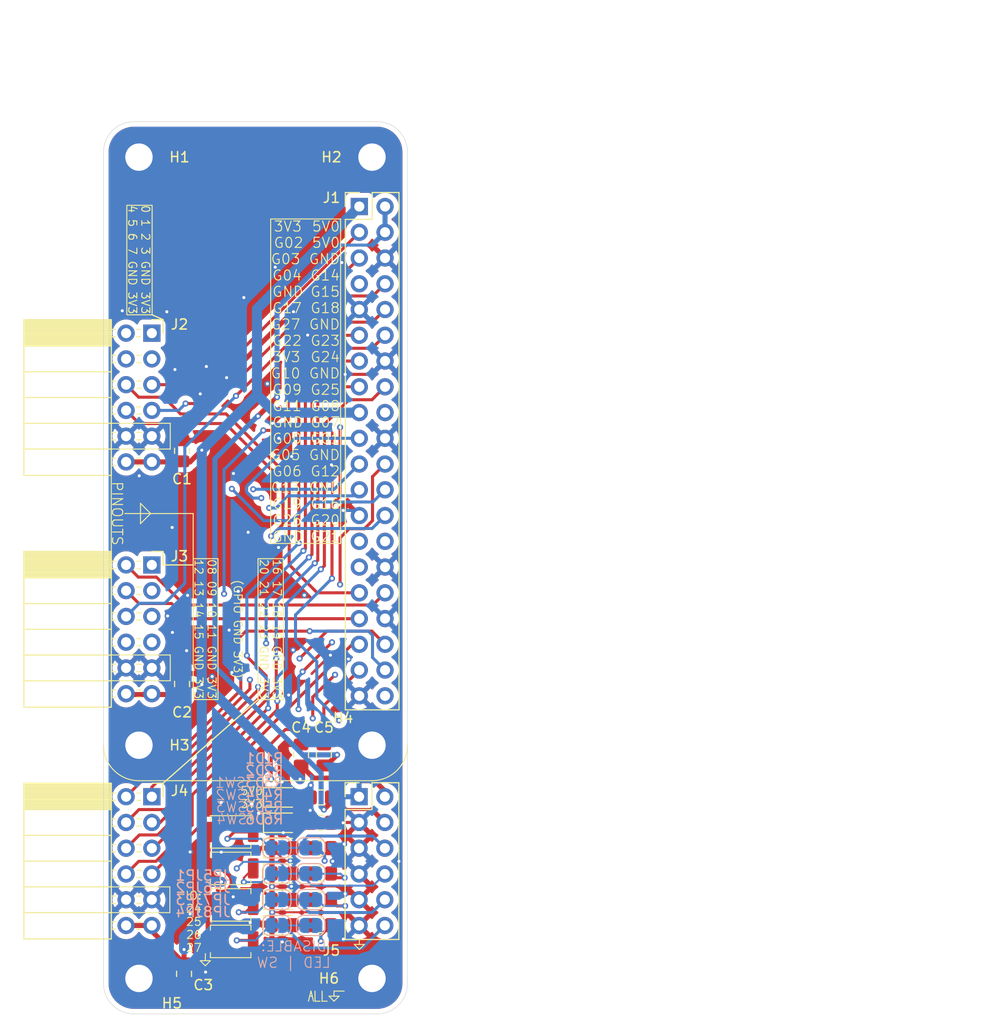
<source format=kicad_pcb>
(kicad_pcb (version 20241229) (generator "pcbnew") (generator_version "9.0")
  (layers (0 "F.Cu" signal) (4 "In1.Cu" signal) (6 "In2.Cu" signal) (2 "B.Cu" signal) (13 "F.Paste" user) (15 "B.Paste" user) (5 "F.SilkS" user "F.Silkscreen") (7 "B.SilkS" user "B.Silkscreen") (1 "F.Mask" user) (3 "B.Mask" user) (25 "Edge.Cuts" user))
  (net 0 "")
  (net 1 "/GPIO14")
  (net 2 "/GPIO3")
  (net 3 "/GPIO18")
  (net 4 "/GPIO1")
  (net 5 "/GPIO9")
  (net 6 "/GPIO27")
  (net 7 "/GPIO7")
  (net 8 "/GPIO10")
  (net 9 "/5V0")
  (net 10 "/GPIO24")
  (net 11 "/GPIO8")
  (net 12 "/3V3")
  (net 13 "/GPIO22")
  (net 14 "/GPIO6")
  (net 15 "/GPIO0")
  (net 16 "/GPIO15")
  (net 17 "/GPIO13")
  (net 18 "/GPIO21")
  (net 19 "/GPIO2")
  (net 20 "/GPIO17")
  (net 21 "/GPIO20")
  (net 22 "/GPIO4")
  (net 23 "/GPIO26")
  (net 24 "/GPIO23")
  (net 25 "/GPIO25")
  (net 26 "/GPIO12")
  (net 27 "/GPIO16")
  (net 28 "/GPIO19")
  (net 29 "/GPIO5")
  (net 30 "/GPIO11")
  (net 31 "GND")
  (net 32 "Net-(D1-A)")
  (net 33 "Net-(D2-A)")
  (net 34 "Net-(D3-A)")
  (net 35 "Net-(D4-A)")
  (net 36 "Net-(D5-A)")
  (net 37 "Net-(D6-A)")
  (net 38 "Net-(JP1-B)")
  (net 39 "Net-(JP2-B)")
  (net 40 "Net-(JP3-B)")
  (net 41 "Net-(JP4-B)")
  (net 42 "Net-(JP5-A)")
  (net 43 "Net-(JP6-A)")
  (net 44 "Net-(JP7-A)")
  (net 45 "Net-(JP8-A)")
  (footprint "MountingHole:MountingHole_2.7mm_M2.5_Pad" (layer "F.Cu") (at 69.75 37.75)
    (property "Reference" "H1")
    (property "Value" "MountingHole_Pad")
  )
  (footprint "Connector_PinHeader_2.54mm:PinHeader_2x20_P2.54mm_Vertical" (layer "F.Cu") (at 91.4975 42.62)
    (property "Reference" "J1")
    (property "Value" "Conn_02x20_Odd_Even")
  )
  (footprint "LED_SMD:LED_0805_2012Metric_Pad1.15x1.40mm_HandSolder" (layer "F.Cu") (at 83.9 100.9)
    (property "Reference" "D1")
    (property "Value" "LED")
  )
  (footprint "Resistor_SMD:R_0805_2012Metric_Pad1.20x1.40mm_HandSolder" (layer "F.Cu") (at 87.7 105.9 180)
    (property "Reference" "R3")
    (property "Value" "1K")
  )
  (footprint "LED_SMD:LED_0805_2012Metric_Pad1.15x1.40mm_HandSolder" (layer "F.Cu") (at 83.9 105.9)
    (property "Reference" "D3")
    (property "Value" "LED")
  )
  (footprint "Resistor_SMD:R_0805_2012Metric_Pad1.20x1.40mm_HandSolder" (layer "F.Cu") (at 87.7 100.9 180)
    (property "Reference" "R1")
    (property "Value" "1K")
  )
  (footprint "icepi-lib.petty:switch_button_TS-1088-AR02016" (layer "F.Cu") (at 78.8 104.3 180)
    (property "Reference" "SW1")
    (property "Value" "SW_Push")
  )
  (footprint "Capacitor_SMD:C_0805_2012Metric_Pad1.18x1.45mm_HandSolder" (layer "F.Cu") (at 88 96.7125 90)
    (property "Reference" "C5")
    (property "Value" "1u")
  )
  (footprint "LED_SMD:LED_0805_2012Metric_Pad1.15x1.40mm_HandSolder" (layer "F.Cu") (at 83.9 103.4)
    (property "Reference" "D2")
    (property "Value" "LED")
  )
  (footprint "Connector_PinSocket_2.54mm:PinSocket_2x06_P2.54mm_Horizontal" (layer "F.Cu") (at 71.02 77.97)
    (property "Reference" "J3")
    (property "Value" "Conn_02x06_Odd_Even")
  )
  (footprint "icepi-lib.petty:switch_button_TS-1088-AR02016" (layer "F.Cu") (at 78.8 111.5 180)
    (property "Reference" "SW3")
    (property "Value" "SW_Push")
  )
  (footprint "MountingHole:MountingHole_2.7mm_M2.5_Pad" (layer "F.Cu") (at 69.75 118.750001)
    (property "Reference" "H5")
    (property "Value" "MountingHole_Pad")
  )
  (footprint "icepi-lib.petty:switch_button_TS-1088-AR02016" (layer "F.Cu") (at 78.8 107.9 180)
    (property "Reference" "SW2")
    (property "Value" "SW_Push")
  )
  (footprint "LED_SMD:LED_0805_2012Metric_Pad1.15x1.40mm_HandSolder" (layer "F.Cu") (at 83.9 108.4)
    (property "Reference" "D4")
    (property "Value" "LED")
  )
  (footprint "Capacitor_SMD:C_0805_2012Metric_Pad1.18x1.45mm_HandSolder" (layer "F.Cu") (at 74 89.7125 90)
    (property "Reference" "C2")
    (property "Value" "1u")
  )
  (footprint "Resistor_SMD:R_0805_2012Metric_Pad1.20x1.40mm_HandSolder" (layer "F.Cu") (at 87.7 113.5 180)
    (property "Reference" "R6")
    (property "Value" "1K")
  )
  (footprint "LED_SMD:LED_0805_2012Metric_Pad1.15x1.40mm_HandSolder" (layer "F.Cu") (at 83.9 113.5)
    (property "Reference" "D6")
    (property "Value" "LED")
  )
  (footprint "Connector_PinSocket_2.54mm:PinSocket_2x06_P2.54mm_Horizontal" (layer "F.Cu") (at 71.02 100.83)
    (property "Reference" "J4")
    (property "Value" "Conn_02x06_Odd_Even")
  )
  (footprint "MountingHole:MountingHole_2.7mm_M2.5_Pad" (layer "F.Cu") (at 92.75 95.75)
    (property "Reference" "H4")
    (property "Value" "MountingHole_Pad")
  )
  (footprint "MountingHole:MountingHole_2.7mm_M2.5_Pad" (layer "F.Cu") (at 69.75 95.75)
    (property "Reference" "H3")
    (property "Value" "MountingHole_Pad")
  )
  (footprint "LED_SMD:LED_0805_2012Metric_Pad1.15x1.40mm_HandSolder" (layer "F.Cu") (at 83.9 111)
    (property "Reference" "D5")
    (property "Value" "LED")
  )
  (footprint "Resistor_SMD:R_0805_2012Metric_Pad1.20x1.40mm_HandSolder" (layer "F.Cu") (at 87.7 103.4 180)
    (property "Reference" "R2")
    (property "Value" "1K")
  )
  (footprint "Capacitor_SMD:C_0805_2012Metric_Pad1.18x1.45mm_HandSolder" (layer "F.Cu") (at 74.2 118.3 -90)
    (property "Reference" "C3")
    (property "Value" "1u")
  )
  (footprint "icepi-lib.petty:switch_button_TS-1088-AR02016" (layer "F.Cu") (at 78.8 115.1 180)
    (property "Reference" "SW4")
    (property "Value" "SW_Push")
  )
  (footprint "Connector_PinHeader_2.54mm:PinHeader_2x06_P2.54mm_Vertical" (layer "F.Cu") (at 91.475 100.83)
    (property "Reference" "J5")
    (property "Value" "Conn_02x06_Odd_Even")
  )
  (footprint "Resistor_SMD:R_0805_2012Metric_Pad1.20x1.40mm_HandSolder" (layer "F.Cu") (at 87.7 108.4 180)
    (property "Reference" "R4")
    (property "Value" "1K")
  )
  (footprint "Capacitor_SMD:C_0805_2012Metric_Pad1.18x1.45mm_HandSolder" (layer "F.Cu") (at 74 66.7125 90)
    (property "Reference" "C1")
    (property "Value" "1u")
  )
  (footprint "Capacitor_SMD:C_0805_2012Metric_Pad1.18x1.45mm_HandSolder" (layer "F.Cu") (at 85.75 96.7125 90)
    (property "Reference" "C4")
    (property "Value" "1u")
  )
  (footprint "MountingHole:MountingHole_2.7mm_M2.5_Pad" (layer "F.Cu") (at 92.75 37.75)
    (property "Reference" "H2")
    (property "Value" "MountingHole_Pad")
  )
  (footprint "Resistor_SMD:R_0805_2012Metric_Pad1.20x1.40mm_HandSolder" (layer "F.Cu") (at 87.7 111 180)
    (property "Reference" "R5")
    (property "Value" "1K")
  )
  (footprint "Connector_PinSocket_2.54mm:PinSocket_2x06_P2.54mm_Horizontal" (layer "F.Cu") (at 71.02 55.11)
    (property "Reference" "J2")
    (property "Value" "Conn_02x06_Odd_Even")
  )
  (footprint "MountingHole:MountingHole_2.7mm_M2.5_Pad" (layer "F.Cu") (at 92.75 118.750001)
    (property "Reference" "H6")
    (property "Value" "MountingHole_Pad")
  )
  (footprint "Jumper:SolderJumper-2_P1.3mm_Bridged_RoundedPad1.0x1.5mm" (layer "B.Cu") (at 86.7 110.975 180)
    (property "Reference" "JP7")
    (property "Value" "Jumper_2_Bridged")
  )
  (footprint "Jumper:SolderJumper-2_P1.3mm_Bridged_RoundedPad1.0x1.5mm" (layer "B.Cu") (at 83.35 108.425 180)
    (property "Reference" "JP2")
    (property "Value" "Jumper_2_Bridged")
  )
  (footprint "Jumper:SolderJumper-2_P1.3mm_Bridged_RoundedPad1.0x1.5mm" (layer "B.Cu") (at 86.7 113.525 180)
    (property "Reference" "JP8")
    (property "Value" "Jumper_2_Bridged")
  )
  (footprint "Jumper:SolderJumper-2_P1.3mm_Bridged_RoundedPad1.0x1.5mm" (layer "B.Cu") (at 83.35 105.875 180)
    (property "Reference" "JP1")
    (property "Value" "Jumper_2_Bridged")
  )
  (footprint "Jumper:SolderJumper-2_P1.3mm_Bridged_RoundedPad1.0x1.5mm" (layer "B.Cu") (at 83.35 110.975 180)
    (property "Reference" "JP3")
    (property "Value" "Jumper_2_Bridged")
  )
  (footprint "Jumper:SolderJumper-2_P1.3mm_Bridged_RoundedPad1.0x1.5mm" (layer "B.Cu") (at 86.7 108.425 180)
    (property "Reference" "JP6")
    (property "Value" "Jumper_2_Bridged")
  )
  (footprint "Jumper:SolderJumper-2_P1.3mm_Bridged_RoundedPad1.0x1.5mm" (layer "B.Cu") (at 83.35 113.525 180)
    (property "Reference" "JP4")
    (property "Value" "Jumper_2_Bridged")
  )
  (footprint "Jumper:SolderJumper-2_P1.3mm_Bridged_RoundedPad1.0x1.5mm" (layer "B.Cu") (at 86.7 105.875 180)
    (property "Reference" "JP5")
    (property "Value" "Jumper_2_Bridged")
  )
  (gr_line (start 76.3 116.3) (end 76.3 117) (stroke (width 0.1)) (layer "F.SilkS"))
  (gr_line (start 87.125 121) (end 87.625 121) (stroke (width 0.1)) (layer "F.SilkS"))
  (gr_line (start 81.5 91.25) (end 72.13 99.5) (stroke (width 0.125)) (layer "F.SilkS"))
  (gr_line (start 87.125 120) (end 87.125 121) (stroke (width 0.1)) (layer "F.SilkS"))
  (gr_line (start 76.8 117) (end 76.3 117) (stroke (width 0.1)) (layer "F.SilkS"))
  (gr_line (start 75.1 72.9) (end 75.1 77.35) (stroke (width 0.1)) (layer "F.SilkS"))
  (gr_line (start 67.02 112.26) (end 72.8 112.26) (stroke (width 0.1)) (layer "F.SilkS"))
  (gr_line (start 89 120) (end 89 120.5) (stroke (width 0.1)) (layer "F.SilkS"))
  (gr_line (start 91.5 114.9) (end 91.5 115.4) (stroke (width 0.1)) (layer "F.SilkS"))
  (gr_line (start 76.3 117.5) (end 76.8 117) (stroke (width 0.1)) (layer "F.SilkS"))
  (gr_line (start 68.35 72.9) (end 70.9 72.9) (stroke (width 0.1)) (layer "F.SilkS"))
  (gr_line (start 70.9 72.9) (end 75.1 72.9) (stroke (width 0.1)) (layer "F.SilkS"))
  (gr_line (start 92.749999 99.249998) (end 69.75 99.25) (stroke (width 0.1)) (layer "F.SilkS"))
  (gr_line (start 86.6 120.5) (end 86.85 120.5) (stroke (width 0.1)) (layer "F.SilkS"))
  (gr_rect (start 68.55 42.5) (end 71.05 53.3) (stroke (width 0.1)) (fill no) (layer "F.SilkS"))
  (gr_rect (start 82.75 43.85) (end 89.65 75.85) (stroke (width 0.1)) (fill no) (layer "F.SilkS"))
  (gr_line (start 87.825 120) (end 87.825 121) (stroke (width 0.1)) (layer "F.SilkS"))
  (gr_line (start 72.8 109.72) (end 67.02 109.72) (stroke (width 0.1)) (layer "F.SilkS"))
  (gr_line (start 67.02 69.14) (end 67.02 76.64) (stroke (width 0.1)) (layer "F.SilkS"))
  (gr_rect (start 81.5 77.35) (end 84 91.25) (stroke (width 0.1)) (fill no) (layer "F.SilkS"))
  (gr_line (start 75.8 117) (end 76.3 117.5) (stroke (width 0.1)) (layer "F.SilkS"))
  (gr_line (start 72.84 89.39) (end 72.84 86.85) (stroke (width 0.1)) (layer "F.SilkS"))
  (gr_line (start 87.825 121) (end 88.325 121) (stroke (width 0.1)) (layer "F.SilkS"))
  (gr_arc (start 69.75 99.25) (mid 67.275126 98.224874) (end 66.25 95.75) (stroke (width 0.1)) (layer "F.SilkS"))
  (gr_line (start 72.84 64) (end 67.06 64) (stroke (width 0.1)) (layer "F.SilkS"))
  (gr_line (start 91 115.4) (end 91.5 115.9) (stroke (width 0.1)) (layer "F.SilkS"))
  (gr_line (start 91.5 115.9) (end 92 115.4) (stroke (width 0.1)) (layer "F.SilkS"))
  (gr_line (start 76.3 117) (end 75.8 117) (stroke (width 0.1)) (layer "F.SilkS"))
  (gr_line (start 67.06 66.54) (end 72.84 66.54) (stroke (width 0.1)) (layer "F.SilkS"))
  (gr_line (start 89.5 120.5) (end 89 120.5) (stroke (width 0.1)) (layer "F.SilkS"))
  (gr_line (start 86.475 121) (end 86.725 120) (stroke (width 0.1)) (layer "F.SilkS"))
  (gr_line (start 72.8 112.26) (end 72.8 109.72) (stroke (width 0.1)) (layer "F.SilkS"))
  (gr_line (start 69.9 73.9) (end 70.9 72.9) (stroke (width 0.1)) (layer "F.SilkS"))
  (gr_line (start 91.5 115.4) (end 91 115.4) (stroke (width 0.1)) (layer "F.SilkS"))
  (gr_line (start 70.9 72.9) (end 69.9 71.9) (stroke (width 0.1)) (layer "F.SilkS"))
  (gr_line (start 72.84 86.85) (end 67.06 86.85) (stroke (width 0.1)) (layer "F.SilkS"))
  (gr_arc (start 96.249999 95.749999) (mid 95.224873 98.224873) (end 92.749999 99.249999) (stroke (width 0.1)) (layer "F.SilkS"))
  (gr_line (start 88.5 120.5) (end 89 121) (stroke (width 0.1)) (layer "F.SilkS"))
  (gr_line (start 72.84 66.54) (end 72.84 64) (stroke (width 0.1)) (layer "F.SilkS"))
  (gr_line (start 71.05 53.3) (end 72.13 53.78) (stroke (width 0.125)) (layer "F.SilkS"))
  (gr_line (start 72.13 77.97) (end 75.05 77.97) (stroke (width 0.125)) (layer "F.SilkS"))
  (gr_rect (start 75.1 77.35) (end 77.55 91.25) (stroke (width 0.1)) (fill no) (layer "F.SilkS"))
  (gr_line (start 69.9 71.9) (end 69.9 73.9) (stroke (width 0.1)) (layer "F.SilkS"))
  (gr_line (start 89 120.5) (end 88.5 120.5) (stroke (width 0.1)) (layer "F.SilkS"))
  (gr_line (start 86.725 120) (end 86.975 121) (stroke (width 0.1)) (layer "F.SilkS"))
  (gr_line (start 67.06 89.39) (end 72.84 89.39) (stroke (width 0.1)) (layer "F.SilkS"))
  (gr_line (start 89 121) (end 89.5 120.5) (stroke (width 0.1)) (layer "F.SilkS"))
  (gr_line (start 92 115.4) (end 91.5 115.4) (stroke (width 0.1)) (layer "F.SilkS"))
  (gr_line (start 89 120) (end 90 120) (stroke (width 0.1)) (layer "F.SilkS"))
  (gr_line (start 96.25 37.25) (end 96.25 119.25) (stroke (width 0.05)) (layer "Edge.Cuts"))
  (gr_line (start 69.25 122.250001) (end 93.25 122.250001) (stroke (width 0.05)) (layer "Edge.Cuts"))
  (gr_line (start 93.25 34.25) (end 69.25 34.25) (stroke (width 0.05)) (layer "Edge.Cuts"))
  (gr_arc (start 96.25 119.250001) (mid 95.37132 121.371321) (end 93.25 122.250001) (stroke (width 0.05)) (layer "Edge.Cuts"))
  (gr_arc (start 66.25 37.25) (mid 67.12868 35.12868) (end 69.25 34.25) (stroke (width 0.05)) (layer "Edge.Cuts"))
  (gr_arc (start 93.25 34.25) (mid 95.37132 35.12868) (end 96.25 37.25) (stroke (width 0.05)) (layer "Edge.Cuts"))
  (gr_line (start 66.25 37.25) (end 66.25 119.25) (stroke (width 0.05)) (layer "Edge.Cuts"))
  (gr_arc (start 69.25 122.250001) (mid 67.12868 121.371321) (end 66.25 119.250001) (stroke (width 0.05)) (layer "Edge.Cuts"))
  (gr_text "16 17 18 19 GND 3V3\n20 21 22 23 GND 3V3\n\n(GPIO GND 3V3)\n\n08 09 10 11 GND 3V3\n12 13 14 15 GND 3V3" (at 75.175 84.3 270) (layer "F.SilkS") (effects (font (size 0.8 0.8) (thickness 0.1)) (justify bottom)))
  (gr_text "0 1 2 3 GND 3V3\n4 5 6 7 GND 3V3" (at 69.75 53.3 270) (layer "F.SilkS") (effects (font (size 0.8 0.8) (thickness 0.1)) (justify right)))
  (gr_text "IO:\n24\n25\n26\n27" (at 76 116.2 0) (layer "F.SilkS") (effects (font (size 0.8 0.8) (thickness 0.1)) (justify right bottom)))
  (gr_text "PINOUTS" (at 67.02 72.89 270) (layer "F.SilkS") (effects (font (size 1 1) (thickness 0.1)) (justify bottom)))
  (gr_text "5V0\n3V3" (at 82.04 100.9 0) (layer "F.SilkS") (effects (font (size 0.8 0.8) (thickness 0.1)) (justify right)))
  (gr_text "3V3	5V0\nG02	5V0\nG03	GND\nG04	G14\nGND	G15\nG17	G18\nG27	GND\nG22	G23\n3V3	G24\nG10	GND\nG09	G25\nG11	G08\nGND	G07\nG00	G01\nG05	GND\nG06	G12\nG13	GND\nG19	G16\nG26	G20\nGND	G21\n" (at 89.65 44 0) (layer "F.SilkS") (effects (font (size 1 1) (thickness 0.1)) (justify right top)))
  (gr_text "DISABLE:\nLED | SW" (at 85.025 115 0) (layer "B.SilkS") (effects (font (size 1 1) (thickness 0.1)) (justify top mirror)))
  (segment (start 94.0375 50.24) (end 92.8365 51.441) (width 0.3) (layer "F.Cu") (net 1))
  (segment (start 89.184 51.441) (end 79.325 61.3) (width 0.3) (layer "F.Cu") (net 1))
  (segment (start 92.8365 51.441) (end 89.184 51.441) (width 0.3) (layer "F.Cu") (net 1))
  (via (at 79.325 61.3) (size 0.6) (drill 0.3) (layers "F.Cu" "B.Cu") (net 1))
  (segment (start 69.78 81.75) (end 68.48 83.05) (width 0.3) (layer "B.Cu") (net 1))
  (segment (start 74.275 79.775) (end 72.3 81.75) (width 0.3) (layer "B.Cu") (net 1))
  (segment (start 72.3 81.75) (end 69.78 81.75) (width 0.3) (layer "B.Cu") (net 1))
  (segment (start 74.275 66.35) (end 74.275 79.775) (width 0.3) (layer "B.Cu") (net 1))
  (segment (start 79.325 61.3) (end 74.275 66.35) (width 0.3) (layer "B.Cu") (net 1))
  (segment (start 91.4975 47.7) (end 77.1475 62.05) (width 0.3) (layer "F.Cu") (net 2))
  (segment (start 77.1475 62.05) (end 74.35 62.05) (width 0.3) (layer "F.Cu") (net 2))
  (via (at 74.35 62.05) (size 0.6) (drill 0.3) (layers "F.Cu" "B.Cu") (net 2))
  (segment (start 74.35 62.05) (end 73.67 62.73) (width 0.3) (layer "B.Cu") (net 2))
  (segment (start 73.67 62.73) (end 71.02 62.73) (width 0.3) (layer "B.Cu") (net 2))
  (segment (start 86.175 76.375) (end 86.175 59.25) (width 0.3) (layer "F.Cu") (net 3))
  (segment (start 85.975 76.575) (end 86.175 76.375) (width 0.3) (layer "F.Cu") (net 3))
  (segment (start 92.7575 56.6) (end 94.0375 55.32) (width 0.3) (layer "F.Cu") (net 3))
  (segment (start 74.4 102.7) (end 74.4 100.2) (width 0.3) (layer "F.Cu") (net 3))
  (segment (start 88.825 56.6) (end 92.7575 56.6) (width 0.3) (layer "F.Cu") (net 3))
  (segment (start 71.02 105.91) (end 71.19 105.91) (width 0.3) (layer "F.Cu") (net 3))
  (segment (start 86.175 59.25) (end 88.825 56.6) (width 0.3) (layer "F.Cu") (net 3))
  (segment (start 74.4 100.2) (end 82.5 92.1) (width 0.3) (layer "F.Cu") (net 3))
  (segment (start 71.19 105.91) (end 74.4 102.7) (width 0.3) (layer "F.Cu") (net 3))
  (via (at 82.5 92.1) (size 0.6) (drill 0.3) (layers "F.Cu" "B.Cu") (net 3))
  (via (at 85.975 76.575) (size 0.6) (drill 0.3) (layers "F.Cu" "B.Cu") (net 3))
  (segment (start 81.3 88.1) (end 81.3 81.25) (width 0.3) (layer "B.Cu") (net 3))
  (segment (start 82.5 92.1) (end 82.5 89.3) (width 0.3) (layer "B.Cu") (net 3))
  (segment (start 82.5 89.3) (end 81.3 88.1) (width 0.3) (layer "B.Cu") (net 3))
  (segment (start 81.3 81.25) (end 85.975 76.575) (width 0.3) (layer "B.Cu") (net 3))
  (via (at 81.025 70.505) (size 0.6) (drill 0.3) (layers "F.Cu" "B.Cu") (net 5))
  (segment (start 89.0125 70.505) (end 81.025 70.505) (width 0.3) (layer "B.Cu") (net 5))
  (segment (start 91.4975 68.02) (end 89.0125 70.505) (width 0.3) (layer "B.Cu") (net 5))
  (segment (start 86.525 77.225) (end 86.825 76.925) (width 0.3) (layer "F.Cu") (net 6))
  (segment (start 86.9 91) (end 86.9 93.1) (width 0.3) (layer "F.Cu") (net 6))
  (segment (start 86.825 59.775) (end 88.74 57.86) (width 0.3) (layer "F.Cu") (net 6))
  (segment (start 86.825 76.925) (end 86.825 59.775) (width 0.3) (layer "F.Cu") (net 6))
  (segment (start 89.1 88.8) (end 86.9 91) (width 0.3) (layer "F.Cu") (net 6))
  (segment (start 88.74 57.86) (end 91.4975 57.86) (width 0.3) (layer "F.Cu") (net 6))
  (via (at 89.1 88.8) (size 0.6) (drill 0.3) (layers "F.Cu" "B.Cu") (net 6))
  (via (at 86.525 77.225) (size 0.6) (drill 0.3) (layers "F.Cu" "B.Cu") (net 6))
  (via (at 82.3 85.7) (size 0.6) (drill 0.3) (layers "F.Cu" "B.Cu") (net 6))
  (via (at 86.9 93.1) (size 0.6) (drill 0.3) (layers "F.Cu" "B.Cu") (net 6))
  (segment (start 86.05 113.525) (end 84 113.525) (width 0.2) (layer "B.Cu") (net 6))
  (segment (start 94.015 113.53) (end 91.795 115.75) (width 0.3) (layer "B.Cu") (net 6))
  (segment (start 86.525 77.225) (end 82.3 81.45) (width 0.3) (layer "B.Cu") (net 6))
  (segment (start 86.225 115.75) (end 84 113.525) (width 0.3) (layer "B.Cu") (net 6))
  (segment (start 91.795 115.75) (end 86.225 115.75) (width 0.3) (layer "B.Cu") (net 6))
  (segment (start 82.3 81.45) (end 82.3 85.7) (width 0.3) (layer "B.Cu") (net 6))
  (segment (start 83.975 69.725) (end 78.275 64.025) (width 0.3) (layer "F.Cu") (net 7))
  (segment (start 83.975 73.95) (end 83.975 69.725) (width 0.3) (layer "F.Cu") (net 7))
  (segment (start 69.775 64.025) (end 68.48 62.73) (width 0.3) (layer "F.Cu") (net 7))
  (segment (start 78.275 64.025) (end 69.775 64.025) (width 0.3) (layer "F.Cu") (net 7))
  (segment (start 82.8 75.125) (end 83.975 73.95) (width 0.3) (layer "F.Cu") (net 7))
  (via (at 82.8 75.125) (size 0.6) (drill 0.3) (layers "F.Cu" "B.Cu") (net 7))
  (segment (start 82.8 75.125) (end 83.55 74.375) (width 0.3) (layer "B.Cu") (net 7))
  (segment (start 92.7625 74.375) (end 94.0375 73.1) (width 0.3) (layer "B.Cu") (net 7))
  (segment (start 83.55 74.375) (end 92.7625 74.375) (width 0.3) (layer "B.Cu") (net 7))
  (via (at 81.825 71.375) (size 0.6) (drill 0.3) (layers "F.Cu" "B.Cu") (net 8))
  (segment (start 80.374 70.774654) (end 80.374 70.235346) (width 0.3) (layer "B.Cu") (net 8))
  (segment (start 80.974346 71.375) (end 80.374 70.774654) (width 0.3) (layer "B.Cu") (net 8))
  (segment (start 80.374 70.235346) (end 85.129346 65.48) (width 0.3) (layer "B.Cu") (net 8))
  (segment (start 85.129346 65.48) (end 91.4975 65.48) (width 0.3) (layer "B.Cu") (net 8))
  (segment (start 81.825 71.375) (end 80.974346 71.375) (width 0.3) (layer "B.Cu") (net 8))
  (segment (start 83.375 61.425) (end 81.5 63.3) (width 0.5) (layer "F.Cu") (net 9))
  (segment (start 93 99.25) (end 94.015 100.265) (width 0.5) (layer "F.Cu") (net 9))
  (segment (start 88.7 100.9) (end 88.7 101.4) (width 0.3) (layer "F.Cu") (net 9))
  (segment (start 88.25 97.75) (end 89.3 96.7) (width 0.5) (layer "F.Cu") (net 9))
  (segment (start 90.05 97.75) (end 91.55 99.25) (width 0.5) (layer "F.Cu") (net 9))
  (segment (start 94.015 100.265) (end 94.015 100.83) (width 0.5) (layer "F.Cu") (net 9))
  (segment (start 88 97.75) (end 88.25 97.75) (width 0.5) (layer "F.Cu") (net 9))
  (segment (start 88.7 101.4) (end 88 102.1) (width 0.5) (layer "F.Cu") (net 9))
  (segment (start 88 97.75) (end 90.05 97.75) (width 0.5) (layer "F.Cu") (net 9))
  (segment (start 91.55 99.25) (end 93 99.25) (width 0.5) (layer "F.Cu") (net 9))
  (via (at 88 102.1) (size 0.6) (drill 0.3) (layers "F.Cu" "B.Cu") (net 9))
  (via (at 89.3 96.7) (size 0.6) (drill 0.3) (layers "F.Cu" "B.Cu") (net 9))
  (via (at 83.375 61.425) (size 0.6) (drill 0.3) (layers "F.Cu" "B.Cu") (net 9))
  (via (at 81.5 63.3) (size 0.6) (drill 0.3) (layers "F.Cu" "B.Cu") (net 9))
  (segment (start 87.725 100.45) (end 87.725 101.825) (width 0.5) (layer "B.Cu") (net 9))
  (segment (start 83.375 61.425) (end 83.375 52.625) (width 0.5) (layer "B.Cu") (net 9))
  (segment (start 89.3 96.7) (end 85.925 96.7) (width 0.5) (layer "B.Cu") (net 9))
  (segment (start 85.925 96.7) (end 77.25 88.025) (width 0.5) (layer "B.Cu") (net 9))
  (segment (start 94.0375 42.62) (end 94.0375 45.16) (width 0.5) (layer "B.Cu") (net 9))
  (segment (start 87.725 101.825) (end 88 102.1) (width 0.5) (layer "B.Cu") (net 9))
  (segment (start 94.0375 45.1625) (end 94.0375 45.16) (width 0.3) (layer "B.Cu") (net 9))
  (segment (start 87.725 98.5) (end 87.725 100.45) (width 0.5) (layer "B.Cu") (net 9))
  (segment (start 83.375 52.625) (end 89.575 46.425) (width 0.5) (layer "B.Cu") (net 9))
  (segment (start 85.925 96.7) (end 87.725 98.5) (width 0.5) (layer "B.Cu") (net 9))
  (segment (start 92.775 46.425) (end 94.0375 45.1625) (width 0.5) (layer "B.Cu") (net 9))
  (segment (start 77.25 67.5) (end 81.45 63.3) (width 0.5) (layer "B.Cu") (net 9))
  (segment (start 89.575 46.425) (end 92.775 46.425) (width 0.3) (layer "B.Cu") (net 9))
  (segment (start 77.25 88.025) (end 77.25 67.5) (width 0.5) (layer "B.Cu") (net 9))
  (segment (start 88.8 72) (end 88.8 79.3) (width 0.3) (layer "F.Cu") (net 10))
  (segment (start 89.6 71.2) (end 89 71.8) (width 0.3) (layer "F.Cu") (net 10))
  (segment (start 89 71.8) (end 88.8 72) (width 0.3) (layer "F.Cu") (net 10))
  (segment (start 89.6 64.4) (end 89.6 71.2) (width 0.3) (layer "F.Cu") (net 10))
  (via (at 88.8 79.3) (size 0.6) (drill 0.3) (layers "F.Cu" "B.Cu") (net 10))
  (via (at 89.5 93.3) (size 0.6) (drill 0.3) (layers "F.Cu" "B.Cu") (net 10))
  (via (at 89.6 64.4) (size 0.6) (drill 0.3) (layers "F.Cu" "B.Cu") (net 10))
  (segment (start 87.3 91.1) (end 89.5 93.3) (width 0.3) (layer "B.Cu") (net 10))
  (segment (start 85.4 85.6) (end 87.3 87.5) (width 0.3) (layer "B.Cu") (net 10))
  (segment (start 85.2 82.9) (end 85.2 83) (width 0.3) (layer "B.Cu") (net 10))
  (segment (start 94.015 105.91) (end 92.814 104.709) (width 0.3) (layer "B.Cu") (net 10))
  (segment (start 86.461 104.709) (end 86.05 105.12) (width 0.3) (layer "B.Cu") (net 10))
  (segment (start 85.2 85.4) (end 85.4 85.6) (width 0.3) (layer "B.Cu") (net 10))
  (segment (start 87.3 87.9) (end 87.3 91.1) (width 0.3) (layer "B.Cu") (net 10))
  (segment (start 87.3 87.5) (end 87.3 87.9) (width 0.3) (layer "B.Cu") (net 10))
  (segment (start 85.2 83) (end 85.2 85.4) (width 0.3) (layer "B.Cu") (net 10))
  (segment (start 92.814 104.709) (end 86.461 104.709) (width 0.3) (layer "B.Cu") (net 10))
  (segment (start 86.05 105.875) (end 84 105.875) (width 0.2) (layer "B.Cu") (net 10))
  (segment (start 88.8 79.3) (end 85.2 82.9) (width 0.3) (layer "B.Cu") (net 10))
  (segment (start 86.05 105.12) (end 86.05 105.875) (width 0.3) (layer "B.Cu") (net 10))
  (via (at 78.9125 70.4625) (size 0.6) (drill 0.3) (layers "F.Cu" "B.Cu") (net 11))
  (segment (start 86.65 71.761) (end 92.8365 71.761) (width 0.3) (layer "B.Cu") (net 11))
  (segment (start 80.211 71.761) (end 82.05 73.6) (width 0.3) (layer "B.Cu") (net 11))
  (segment (start 82.05 73.6) (end 84.811 73.6) (width 0.3) (layer "B.Cu") (net 11))
  (segment (start 92.8365 71.761) (end 94.0375 70.56) (width 0.3) (layer "B.Cu") (net 11))
  (segment (start 84.811 73.6) (end 86.65 71.761) (width 0.3) (layer "B.Cu") (net 11))
  (segment (start 78.9125 70.4625) (end 80.211 71.761) (width 0.3) (layer "B.Cu") (net 11))
  (segment (start 68.56 90.75) (end 68.48 90.67) (width 0.5) (layer "F.Cu") (net 12))
  (segment (start 71.02 113.53) (end 71.02 114.0825) (width 0.3) (layer "F.Cu") (net 12))
  (segment (start 89.8 102.3) (end 89.8 101.8) (width 0.5) (layer "F.Cu") (net 12))
  (segment (start 88.7 103.4) (end 89.8 102.3) (width 0.5) (layer "F.Cu") (net 12))
  (segment (start 89.2 99) (end 89.8 99.6) (width 0.5) (layer "F.Cu") (net 12))
  (segment (start 74.2 115.9) (end 74.2 117.2625) (width 0.5) (layer "F.Cu") (net 12))
  (segment (start 75.95 89.75) (end 75 89.75) (width 0.5) (layer "F.Cu") (net 12))
  (segment (start 75.95 66.65) (end 74.79 67.81) (width 0.5) (layer "F.Cu") (net 12))
  (segment (start 87 99) (end 85.75 97.75) (width 0.5) (layer "F.Cu") (net 12))
  (segment (start 89.8 99.6) (end 89.8 101.8) (width 0.5) (layer "F.Cu") (net 12))
  (segment (start 71.02 114.0825) (end 74.2 117.2625) (width 0.5) (layer "F.Cu") (net 12))
  (segment (start 75 89.75) (end 74 90.75) (width 0.5) (layer "F.Cu") (net 12))
  (segment (start 87 99) (end 89.2 99) (width 0.5) (layer "F.Cu") (net 12))
  (segment (start 74 90.75) (end 68.56 90.75) (width 0.5) (layer "F.Cu") (net 12))
  (segment (start 94.015 103.37) (end 92.745 102.1) (width 0.5) (layer "F.Cu") (net 12))
  (segment (start 71.02 113.53) (end 68.48 113.53) (width 0.5) (layer "F.Cu") (net 12))
  (segment (start 85.65 99.1) (end 85.65 97.85) (width 1) (layer "F.Cu") (net 12))
  (segment (start 74.79 67.81) (end 68.48 67.81) (width 0.5) (layer "F.Cu") (net 12))
  (segment (start 92.745 102.1) (end 90.1 102.1) (width 0.3) (layer "F.Cu") (net 12))
  (segment (start 76.575 115.1) (end 76.575 104.3) (width 0.5) (layer "F.Cu") (net 12))
  (segment (start 90.1 102.1) (end 89.8 101.8) (width 0.5) (layer "F.Cu") (net 12))
  (segment (start 85.65 97.85) (end 85.75 97.75) (width 0.3) (layer "F.Cu") (net 12))
  (segment (start 77.9 109.225) (end 76.575 107.9) (width 0.5) (layer "F.Cu") (net 12))
  (via (at 77.9 109.225) (size 0.6) (drill 0.3) (layers "F.Cu" "B.Cu") (net 12))
  (via (at 74.2 115.9) (size 0.6) (drill 0.3) (layers "F.Cu" "B.Cu") (net 12))
  (via (at 75.95 89.75) (size 0.6) (drill 0.3) (layers "F.Cu" "B.Cu") (net 12))
  (via (at 75.95 66.65) (size 0.6) (drill 0.3) (layers "F.Cu" "B.Cu") (net 12))
  (via (at 85.65 99.1) (size 0.6) (drill 0.3) (layers "F.Cu" "B.Cu") (net 12))
  (segment (start 81.4 61.2) (end 83.15 62.95) (width 1) (layer "B.Cu") (net 12))
  (segment (start 74.2 114.65) (end 75.95 112.9) (width 1) (layer "B.Cu") (net 12))
  (segment (start 91.4975 42.62) (end 81.4 52.7175) (width 1) (layer "B.Cu") (net 12))
  (segment (start 81.4 61.2) (end 75.95 66.65) (width 1) (layer "B.Cu") (net 12))
  (segment (start 75.95 108.55) (end 76.625 109.225) (width 1) (layer "B.Cu") (net 12))
  (segment (start 75.95 89.75) (end 76.3 89.75) (width 1) (layer "B.Cu") (net 12))
  (segment (start 75.95 112.9) (end 75.95 108.55) (width 1) (layer "B.Cu") (net 12))
  (segment (start 75.95 108.55) (end 75.95 89.75) (width 1) (layer "B.Cu") (net 12))
  (segment (start 83.15 62.95) (end 91.4875 62.95) (width 1) (layer "B.Cu") (net 12))
  (segment (start 74.2 115.9) (end 74.2 114.65) (width 1) (layer "B.Cu") (net 12))
  (segment (start 81.4 52.7175) (end 81.4 61.2) (width 1) (layer "B.Cu") (net 12))
  (segment (start 76.625 109.225) (end 77.9 109.225) (width 1) (layer "B.Cu") (net 12))
  (segment (start 75.95 89.75) (end 75.95 66.65) (width 1) (layer "B.Cu") (net 12))
  (segment (start 91.4875 62.95) (end 91.4975 62.94) (width 0.5) (layer "B.Cu") (net 12))
  (segment (start 76.3 89.75) (end 85.65 99.1) (width 1) (layer "B.Cu") (net 12))
  (segment (start 83.3 90.3) (end 73.8 99.8) (width 0.3) (layer "F.Cu") (net 13))
  (segment (start 73.8 102.4) (end 71.6 104.6) (width 0.3) (layer "F.Cu") (net 13))
  (segment (start 69.79 104.6) (end 68.48 105.91) (width 0.3) (layer "F.Cu") (net 13))
  (segment (start 87.4 77.5) (end 87.4 61.55) (width 0.3) (layer "F.Cu") (net 13))
  (segment (start 83.3 87.2) (end 83.3 90.3) (width 0.3) (layer "F.Cu") (net 13))
  (segment (start 71.6 104.6) (end 69.79 104.6) (width 0.3) (layer "F.Cu") (net 13))
  (segment (start 87.1 77.8) (end 87.4 77.5) (width 0.3) (layer "F.Cu") (net 13))
  (segment (start 87.4 61.55) (end 88.55 60.4) (width 0.3) (layer "F.Cu") (net 13))
  (segment (start 73.8 99.8) (end 73.8 102.4) (width 0.3) (layer "F.Cu") (net 13))
  (segment (start 88.55 60.4) (end 91.4975 60.4) (width 0.3) (layer "F.Cu") (net 13))
  (via (at 83.3 87.2) (size 0.6) (drill 0.3) (layers "F.Cu" "B.Cu") (net 13))
  (via (at 87.1 77.8) (size 0.6) (drill 0.3) (layers "F.Cu" "B.Cu") (net 13))
  (segment (start 83.3 81.6) (end 87.1 77.8) (width 0.3) (layer "B.Cu") (net 13))
  (segment (start 83.3 87.2) (end 83.3 81.6) (width 0.3) (layer "B.Cu") (net 13))
  (segment (start 78.34875 63.07375) (end 84.575 69.3) (width 0.3) (layer "F.Cu") (net 14))
  (segment (start 84.575 69.3) (end 84.575 77.95) (width 0.3) (layer "F.Cu") (net 14))
  (segment (start 73.85125 63.07375) (end 78.34875 63.07375) (width 0.3) (layer "F.Cu") (net 14))
  (segment (start 72.2025 61.425) (end 73.85125 63.07375) (width 0.3) (layer "F.Cu") (net 14))
  (segment (start 69.715 61.425) (end 72.2025 61.425) (width 0.3) (layer "F.Cu") (net 14))
  (segment (start 68.48 60.19) (end 69.715 61.425) (width 0.3) (layer "F.Cu") (net 14))
  (segment (start 84.575 77.95) (end 87.345 80.72) (width 0.3) (layer "F.Cu") (net 14))
  (segment (start 87.345 80.72) (end 91.4975 80.72) (width 0.3) (layer "F.Cu") (net 14))
  (segment (start 84.475 63.7) (end 83.475 64.7) (width 0.3) (layer "F.Cu") (net 16))
  (segment (start 84.475 58.275) (end 84.475 63.7) (width 0.3) (layer "F.Cu") (net 16))
  (segment (start 92.7925 54.025) (end 91.3 54.025) (width 0.3) (layer "F.Cu") (net 16))
  (segment (start 88.725 54.025) (end 84.475 58.275) (width 0.3) (layer "F.Cu") (net 16))
  (segment (start 83.475 64.7) (end 82.025 64.7) (width 0.3) (layer "F.Cu") (net 16))
  (segment (start 91.3 54.025) (end 88.725 54.025) (width 0.3) (layer "F.Cu") (net 16))
  (segment (start 94.0375 52.78) (end 92.7925 54.025) (width 0.3) (layer "F.Cu") (net 16))
  (via (at 82.025 64.7) (size 0.6) (drill 0.3) (layers "F.Cu" "B.Cu") (net 16))
  (via (at 78.15 80.825) (size 0.6) (drill 0.3) (layers "F.Cu" "B.Cu") (net 16))
  (segment (start 78.15 68.575) (end 78.15 68.625) (width 0.3) (layer "B.Cu") (net 16))
  (segment (start 82.025 64.7) (end 78.15 68.575) (width 0.3) (layer "B.Cu") (net 16))
  (segment (start 78.15 68.625) (end 78.15 80.825) (width 0.3) (layer "B.Cu") (net 16))
  (segment (start 72.975 81.775) (end 74.475 83.275) (width 0.3) (layer "F.Cu") (net 17))
  (segment (start 69.745 81.775) (end 72.975 81.775) (width 0.3) (layer "F.Cu") (net 17))
  (segment (start 68.48 80.51) (end 69.745 81.775) (width 0.3) (layer "F.Cu") (net 17))
  (segment (start 74.475 83.275) (end 91.4825 83.275) (width 0.3) (layer "F.Cu") (net 17))
  (segment (start 91.4825 83.275) (end 91.4975 83.26) (width 0.3) (layer "F.Cu") (net 17))
  (segment (start 81.5 90.3) (end 81.5 90) (width 0.3) (layer "F.Cu") (net 18))
  (segment (start 68.48 103.37) (end 69.75 102.1) (width 0.3) (layer "F.Cu") (net 18))
  (segment (start 72.6 101.8) (end 72.6 99.2) (width 0.3) (layer "F.Cu") (net 18))
  (segment (start 81.1 90.7) (end 81.5 90.3) (width 0.3) (layer "F.Cu") (net 18))
  (segment (start 72.6 99.2) (end 81.1 90.7) (width 0.3) (layer "F.Cu") (net 18))
  (segment (start 69.75 102.1) (end 70.7 102.1) (width 0.3) (layer "F.Cu") (net 18))
  (segment (start 72.3 102.1) (end 72.6 101.8) (width 0.3) (layer "F.Cu") (net 18))
  (segment (start 70.7 102.1) (end 72.3 102.1) (width 0.3) (layer "F.Cu") (net 18))
  (via (at 81.5 90) (size 0.6) (drill 0.3) (layers "F.Cu" "B.Cu") (net 18))
  (segment (start 76.4675 60.19) (end 71.02 60.19) (width 0.3) (layer "F.Cu") (net 19))
  (segment (start 91.4975 45.16) (end 76.4675 60.19) (width 0.3) (layer "F.Cu") (net 19))
  (segment (start 71.83 103.37) (end 71.02 103.37) (width 0.3) (layer "F.Cu") (net 20))
  (segment (start 73.2 102) (end 71.83 103.37) (width 0.3) (layer "F.Cu") (net 20))
  (segment (start 80.4 86.9) (end 80.4 87) (width 0.3) (layer "F.Cu") (net 20))
  (segment (start 73.2 99.5) (end 73.2 102) (width 0.3) (layer "F.Cu") (net 20))
  (segment (start 82.3 88.9) (end 82.3 90.4) (width 0.3) (layer "F.Cu") (net 20))
  (segment (start 80.4 87) (end 82.3 88.9) (width 0.3) (layer "F.Cu") (net 20))
  (segment (start 85.525 58.85) (end 89.055 55.32) (width 0.3) (layer "F.Cu") (net 20))
  (segment (start 82.3 90.4) (end 73.2 99.5) (width 0.3) (layer "F.Cu") (net 20))
  (segment (start 89.055 55.32) (end 91.4975 55.32) (width 0.3) (layer "F.Cu") (net 20))
  (segment (start 85.525 75.825) (end 85.525 58.85) (width 0.3) (layer "F.Cu") (net 20))
  (via (at 80.4 86.9) (size 0.6) (drill 0.3) (layers "F.Cu" "B.Cu") (net 20))
  (via (at 85.525 75.825) (size 0.6) (drill 0.3) (layers "F.Cu" "B.Cu") (net 20))
  (segment (start 80.4 80.95) (end 80.4 86.9) (width 0.3) (layer "B.Cu") (net 20))
  (segment (start 85.525 75.825) (end 80.4 80.95) (width 0.3) (layer "B.Cu") (net 20))
  (segment (start 70.1 99.2) (end 70.9 99.2) (width 0.3) (layer "F.Cu") (net 21))
  (segment (start 79.8 88.4) (end 78.8 87.4) (width 0.3) (layer "F.Cu") (net 21))
  (segment (start 78.8 86) (end 80.3 84.5) (width 0.3) (layer "F.Cu") (net 21))
  (segment (start 68.48 100.82) (end 70.1 99.2) (width 0.3) (layer "F.Cu") (net 21))
  (segment (start 70.9 99.2) (end 79.8 90.3) (width 0.3) (layer "F.Cu") (net 21))
  (segment (start 78.8 87.4) (end 78.8 86) (width 0.3) (layer "F.Cu") (net 21))
  (segment (start 79.8 90.3) (end 79.8 88.4) (width 0.3) (layer "F.Cu") (net 21))
  (segment (start 68.48 100.83) (end 68.48 100.82) (width 0.3) (layer "F.Cu") (net 21))
  (segment (start 80.3 84.5) (end 86.6 84.5) (width 0.3) (layer "F.Cu") (net 21))
  (via (at 86.6 84.5) (size 0.6) (drill 0.3) (layers "F.Cu" "B.Cu") (net 21))
  (segment (start 92.4 84.5) (end 92.8 84.9) (width 0.3) (layer "B.Cu") (net 21))
  (segment (start 86.6 84.5) (end 92.4 84.5) (width 0.3) (layer "B.Cu") (net 21))
  (segment (start 92.8 87.1025) (end 94.0375 88.34) (width 0.3) (layer "B.Cu") (net 21))
  (segment (start 92.8 84.9) (end 92.8 87.1025) (width 0.3) (layer "B.Cu") (net 21))
  (segment (start 82.8 95.6) (end 82.8 99.1) (width 0.3) (layer "F.Cu") (net 23))
  (segment (start 86.9 94.2) (end 84.2 94.2) (width 0.3) (layer "F.Cu") (net 23))
  (segment (start 88 94) (end 87.8 94.2) (width 0.3) (layer "F.Cu") (net 23))
  (segment (start 84.2 94.2) (end 83.3 95.1) (width 0.3) (layer "F.Cu") (net 23))
  (segment (start 91.4975 88.34) (end 88 91.8375) (width 0.3) (layer "F.Cu") (net 23))
  (segment (start 83.3 95.1) (end 82.8 95.6) (width 0.3) (layer "F.Cu") (net 23))
  (segment (start 87.8 94.2) (end 86.9 94.2) (width 0.3) (layer "F.Cu") (net 23))
  (segment (start 88 91.8375) (end 88 94) (width 0.3) (layer "F.Cu") (net 23))
  (via (at 82.8 99.1) (size 0.6) (drill 0.3) (layers "F.Cu" "B.Cu") (net 23))
  (segment (start 86.05 111.73) (end 86.05 110.975) (width 0.3) (layer "B.Cu") (net 23))
  (segment (start 86.05 110.975) (end 84 110.975) (width 0.2) (layer "B.Cu") (net 23))
  (segment (start 94.015 110.99) (end 92.754 112.251) (width 0.3) (layer "B.Cu") (net 23))
  (segment (start 92.754 112.251) (end 86.571 112.251) (width 0.3) (layer "B.Cu") (net 23))
  (segment (start 86.571 112.251) (end 86.05 111.73) (width 0.3) (layer "B.Cu") (net 23))
  (segment (start 75 103.628471) (end 75 100.65) (width 0.3) (layer "F.Cu") (net 24))
  (segment (start 75 100.65) (end 83 92.65) (width 0.3) (layer "F.Cu") (net 24))
  (segment (start 92.75 61.675) (end 94.025 60.4) (width 0.3) (layer "F.Cu") (net 24))
  (segment (start 94.025 60.4) (end 94.0375 60.4) (width 0.3) (layer "F.Cu") (net 24))
  (segment (start 71.428471 107.2) (end 75 103.628471) (width 0.3) (layer "F.Cu") (net 24))
  (segment (start 88.05 64.1) (end 90.475 61.675) (width 0.3) (layer "F.Cu") (net 24))
  (segment (start 90.475 61.675) (end 92.75 61.675) (width 0.3) (layer "F.Cu") (net 24))
  (segment (start 87.7 78.4) (end 88.05 78.05) (width 0.3) (layer "F.Cu") (net 24))
  (segment (start 68.48 108.45) (end 69.73 107.2) (width 0.3) (layer "F.Cu") (net 24))
  (segment (start 83.4 92.25) (end 83.4 91.4) (width 0.3) (layer "F.Cu") (net 24))
  (segment (start 83 92.65) (end 83.4 92.25) (width 0.3) (layer "F.Cu") (net 24))
  (segment (start 88.05 78.05) (end 88.05 64.1) (width 0.3) (layer "F.Cu") (net 24))
  (segment (start 69.73 107.2) (end 71.428471 107.2) (width 0.3) (layer "F.Cu") (net 24))
  (via (at 83.4 91.4) (size 0.6) (drill 0.3) (layers "F.Cu" "B.Cu") (net 24))
  (via (at 87.7 78.4) (size 0.6) (drill 0.3) (layers "F.Cu" "B.Cu") (net 24))
  (segment (start 83.4 89.05) (end 84.3 88.15) (width 0.3) (layer "B.Cu") (net 24))
  (segment (start 83.4 91.4) (end 83.4 89.05) (width 0.3) (layer "B.Cu") (net 24))
  (segment (start 84.3 88.15) (end 84.3 81.8) (width 0.3) (layer "B.Cu") (net 24))
  (segment (start 84.3 81.8) (end 87.7 78.4) (width 0.3) (layer "B.Cu") (net 24))
  (segment (start 85.9 88.5) (end 88.8 85.6) (width 0.3) (layer "F.Cu") (net 25))
  (segment (start 89.6 79.9) (end 89.6 75.3) (width 0.3) (layer "F.Cu") (net 25))
  (segment (start 92 74.4) (end 92.8 73.6) (width 0.3) (layer "F.Cu") (net 25))
  (segment (start 92.8 73.6) (end 92.8 69.2575) (width 0.3) (layer "F.Cu") (net 25))
  (segment (start 89.6 75.3) (end 90.5 74.4) (width 0.3) (layer "F.Cu") (net 25))
  (segment (start 92.8 69.2575) (end 94.0375 68.02) (width 0.3) (layer "F.Cu") (net 25))
  (segment (start 90.5 74.4) (end 92 74.4) (width 0.3) (layer "F.Cu") (net 25))
  (via (at 79.4 107.9) (size 0.6) (drill 0.3) (layers "F.Cu" "B.Cu") (net 25))
  (via (at 85.5 92.2) (size 0.6) (drill 0.3) (layers "F.Cu" "B.Cu") (net 25))
  (via (at 85.9 88.5) (size 0.6) (drill 0.3) (layers "F.Cu" "B.Cu") (net 25))
  (via (at 88.8 85.6) (size 0.6) (drill 0.3) (layers "F.Cu" "B.Cu") (net 25))
  (via (at 89.6 79.9) (size 0.6) (drill 0.3) (layers "F.Cu" "B.Cu") (net 25))
  (segment (start 94.015 108.45) (end 92.864 109.601) (width 0.2) (layer "B.Cu") (net 25))
  (segment (start 84 108.425) (end 84 107.67) (width 0.2) (layer "B.Cu") (net 25))
  (segment (start 83.58 107.25) (end 80.05 107.25) (width 0.2) (layer "B.Cu") (net 25))
  (segment (start 84 107.67) (end 83.58 107.25) (width 0.2) (layer "B.Cu") (net 25))
  (segment (start 80.05 107.25) (end 79.4 107.9) (width 0.2) (layer "B.Cu") (net 25))
  (segment (start 86.05 108.425) (end 84 108.425) (width 0.2) (layer "B.Cu") (net 25))
  (segment (start 86.843248 109.601) (end 86.05 108.807752) (width 0.2) (layer "B.Cu") (net 25))
  (segment (start 85.5 89) (end 85.9 88.6) (width 0.3) (layer "B.Cu") (net 25))
  (segment (start 92.864 109.601) (end 86.843248 109.601) (width 0.2) (layer "B.Cu") (net 25))
  (segment (start 85.5 92.2) (end 85.5 89) (width 0.3) (layer "B.Cu") (net 25))
  (segment (start 86.05 108.807752) (end 86.05 108.425) (width 0.2) (layer "B.Cu") (net 25))
  (segment (start 71.471 79.171) (end 69.681 79.171) (width 0.3) (layer "F.Cu") (net 26))
  (segment (start 94.0375 80.72) (end 92.8365 81.921) (width 0.3) (layer "F.Cu") (net 26))
  (segment (start 69.681 79.171) (end 68.48 77.97) (width 0.3) (layer "F.Cu") (net 26))
  (segment (start 92.8365 81.921) (end 74.221 81.921) (width 0.3) (layer "F.Cu") (net 26))
  (segment (start 74.221 81.921) (end 71.471 79.171) (width 0.3) (layer "F.Cu") (net 26))
  (segment (start 71.02 100.83) (end 71.02 99.88) (width 0.3) (layer "F.Cu") (net 27))
  (segment (start 88.3 84.5) (end 85.6 87.2) (width 0.3) (layer "F.Cu") (net 27))
  (segment (start 80.7 90.2) (end 80.7 89.3) (width 0.3) (layer "F.Cu") (net 27))
  (segment (start 92.7375 84.5) (end 88.3 84.5) (width 0.3) (layer "F.Cu") (net 27))
  (segment (start 71.02 99.88) (end 80.7 90.2) (width 0.3) (layer "F.Cu") (net 27))
  (segment (start 94.0375 85.8) (end 92.7375 84.5) (width 0.3) (layer "F.Cu") (net 27))
  (via (at 80.7 89.3) (size 0.6) (drill 0.3) (layers "F.Cu" "B.Cu") (net 27))
  (via (at 85.6 87.2) (size 0.6) (drill 0.3) (layers "F.Cu" "B.Cu") (net 27))
  (segment (start 75.6 101) (end 90.8 85.8) (width 0.3) (layer "F.Cu") (net 28))
  (segment (start 90.8 85.8) (end 91.4975 85.8) (width 0.3) (layer "F.Cu") (net 28))
  (segment (start 75.6 103.87) (end 75.6 101) (width 0.3) (layer "F.Cu") (net 28))
  (segment (start 71.02 108.45) (end 75.6 103.87) (width 0.3) (layer "F.Cu") (net 28))
  (via (at 82.6 72.35) (size 0.6) (drill 0.3) (layers "F.Cu" "B.Cu") (net 30))
  (segment (start 84.5 71.15) (end 83.3 72.35) (width 0.3) (layer "B.Cu") (net 30))
  (segment (start 90.9075 71.15) (end 84.5 71.15) (width 0.3) (layer "B.Cu") (net 30))
  (segment (start 91.4975 70.56) (end 90.9075 71.15) (width 0.3) (layer "B.Cu") (net 30))
  (segment (start 83.3 72.35) (end 82.6 72.35) (width 0.3) (layer "B.Cu") (net 30))
  (segment (start 90.885 110.4) (end 91.475 110.99) (width 0.3) (layer "F.Cu") (net 31))
  (segment (start 82.9 109.675) (end 82.875 109.7) (width 0.2) (layer "F.Cu") (net 31))
  (segment (start 81.925 102.45) (end 82.875 103.4) (width 0.5) (layer "F.Cu") (net 31))
  (segment (start 94.0375 57.86) (end 92.7225 59.175) (width 0.3) (layer "F.Cu") (net 31))
  (segment (start 84.125 107.15) (end 82.875 105.9) (width 0.2) (layer "F.Cu") (net 31))
  (segment (start 92.7225 59.175) (end 90.1 59.175) (width 0.3) (layer "F.Cu") (net 31))
  (segment (start 90.17 112.225) (end 91.475 113.53) (width 0.2) (layer "F.Cu") (net 31))
  (segment (start 90.185 107.2) (end 91.475 105.91) (width 0.3) (layer "F.Cu") (net 31))
  (segment (start 89.93 103.37) (end 89.9 103.4) (width 0.3) (layer "F.Cu") (net 31))
  (segment (start 79.849 109.901) (end 79.05 110.7) (width 0.3) (layer "F.Cu") (net 31))
  (segment (start 90.13 114.875) (end 91.475 113.53) (width 0.3) (layer "F.Cu") (net 31))
  (segment (start 88.875 107.2) (end 90.185 107.2) (width 0.3) (layer "F.Cu") (net 31))
  (segment (start 84.8 109.675) (end 89.375 109.675) (width 0.2) (layer "F.Cu") (net 31))
  (segment (start 82.875 105.9) (end 82.875 108.4) (width 0.5) (layer "F.Cu") (net 31))
  (segment (start 80.899 109.901) (end 79.849 109.901) (width 0.3) (layer "F.Cu") (net 31))
  (segment (start 81.1 109.7) (end 80.899 109.901) (width 0.3) (layer "F.Cu") (net 31))
  (segment (start 89.375 109.675) (end 90.1 110.4) (width 0.2) (layer "F.Cu") (net 31))
  (segment (start 89.925 114.875) (end 90.13 114.875) (width 0.3) (layer "F.Cu") (net 31))
  (segment (start 81.1 109.7) (end 81.575 109.7) (width 0.3) (layer "F.Cu") (net 31))
  (segment (start 84.7 107.15) (end 84.125 107.15) (width 0.2) (layer "F.Cu") (net 31))
  (segment (start 82.9 112.225) (end 90.17 112.225) (width 0.2) (layer "F.Cu") (net 31))
  (segment (start 81.575 109.7) (end 82.875 111) (width 0.3) (layer "F.Cu") (net 31))
  (segment (start 81.55 102.45) (end 81.925 102.45) (width 0.5) (layer "F.Cu") (net 31))
  (segment (start 90.1 110.4) (end 90.885 110.4) (width 0.3) (layer "F.Cu") (net 31))
  (segment (start 81.4 113.3) (end 82.675 113.3) (width 0.5) (layer "F.Cu") (net 31))
  (segment (start 91.475 103.37) (end 89.93 103.37) (width 0.3) (layer "F.Cu") (net 31))
  (segment (start 84.8 109.675) (end 82.9 109.675) (width 0.2) (layer "F.Cu") (net 31))
  (segment (start 82.675 113.3) (end 82.875 113.5) (width 0.5) (layer "F.Cu") (net 31))
  (via (at 73.3 58.7) (size 0.6) (drill 0.3) (layers "F.Cu" "B.Cu") (net 31))
  (via (at 84.963 86.36) (size 0.6) (drill 0.3) (layers "F.Cu" "B.Cu") (net 31))
  (via (at 78.65 84.4) (size 0.6) (drill 0.3) (layers "F.Cu" "B.Cu") (net 31))
  (via (at 74.55 80.975) (size 0.6) (drill 0.3) (layers "F.Cu" "B.Cu") (net 31))
  (via (at 82.9 112.225) (size 0.6) (drill 0.3) (layers "F.Cu" "B.Cu") (net 31))
  (via (at 74.45 86.425) (size 0.6) (drill 0.3) (layers "F.Cu" "B.Cu") (net 31))
  (via (at 76.975 88.975) (size 0.6) (drill 0.3) (layers "F.Cu" "B.Cu") (net 31))
  (via (at 83.525 76.25) (size 0.6) (drill 0.3) (layers "F.Cu" "B.Cu") (net 31))
  (via (at 90.1 110.4) (size 0.6) (drill 0.3) (layers "F.Cu" "B.Cu") (net 31))
  (via (at 72.5 53) (size 0.6) (drill 0.3) (layers "F.Cu" "B.Cu") (net 31))
  (via (at 78.4 59.5) (size 0.6) (drill 0.3) (layers "F.Cu" "B.Cu") (net 31))
  (via (at 84.525 90.8) (size 0.6) (drill 0.3) (layers "F.Cu" "B.Cu") (net 31))
  (via (at 74.8 112.4) (size 0.6) (drill 0.3) (layers "F.Cu" "B.Cu") (net 31))
  (via (at 83.9 115.15) (size 0.6) (drill 0.3) (layers "F.Cu" "B.Cu") (net 31))
  (via (at 80.875 101.55) (size 0.6) (drill 0.3) (layers "F.Cu" "B.Cu") (net 31))
  (via (at 73.025 74.275) (size 0.6) (drill 0.3) (layers "F.Cu" "B.Cu") (net 31))
  (via (at 78.925 88.575) (size 0.6) (drill 0.3) (layers "F.Cu" "B.Cu") (net 31))
  (via (at 79.05 110.7) (size 0.6) (drill 0.3) (layers "F.Cu" "B.Cu") (net 31))
  (via (at 85 53) (size 0.6) (drill 0.3) (layers "F.Cu" "B.Cu") (net 31))
  (via (at 80.725 113.25) (size 0.6) (drill 0.3) (layers "F.Cu" "B.Cu") (net 31))
  (via (at 95.4 107.2) (size 0.6) (drill 0.3) (layers "F.Cu" "B.Cu") (net 31))
  (via (at 79.55 80.575) (size 0.6) (drill 0.3) (layers "F.Cu" "B.Cu") (net 31))
  (via (at 86.075 80.95) (size 0.6) (drill 0.3) (layers "F.Cu" "B.Cu") (net 31))
  (via (at 84.825 67.275) (size 0.6) (drill 0.3) (layers "F.Cu" "B.Cu") (net 31))
  (via (at 72.575 83) (size 0.6) (drill 0.3) (layers "F.Cu" "B.Cu") (net 31))
  (via (at 80.1 51.6) (size 0.6) (drill 0.3) (layers "F.Cu" "B.Cu") (net 31))
  (via (at 89.9 72.6) (size 0.6) (drill 0.3) (layers "F.Cu" "B.Cu") (net 31))
  (via (at 68.1 52.9) (size 0.6) (drill 0.3) (layers "F.Cu" "B.Cu") (net 31))
  (via (at 82.931 64.008) (size 0.6) (drill 0.3) (layers "F.Cu" "B.Cu") (net 31))
  (via (at 77.875 101.4) (size 0.6) (drill 0.3) (layers "F.Cu" "B.Cu") (net 31))
  (via (at 76.4 58.4) (size 0.6) (drill 0.3) (layers "F.Cu" "B.Cu") (net 31))
  (via (at 84.8 109.675) (size 0.6) (drill 0.3) (layers "F.Cu" "B.Cu") (net 31))
  (via (at 81.55 102.45) (size 0.6) (drill 0.3) (layers "F.Cu" "B.Cu") (net 31))
  (via (at 90.424 87.249) (size 0.6) (drill 0.3) (layers "F.Cu" "B.Cu") (net 31))
  (via (at 79.075 68.95) (size 0.6) (drill 0.3) (layers "F.Cu" "B.Cu") (net 31))
  (via (at 89.9 103.4) (size 0.6) (drill 0.3) (layers "F.Cu" "B.Cu") (net 31))
  (via (at 83.55 65.475) (size 0.6) (drill 0.3) (layers "F.Cu" "B.Cu") (net 31))
  (via (at 90.1 59.175) (size 0.6) (drill 0.3) (layers "F.Cu" "B.Cu") (net 31))
  (via (at 89.775 48.15) (size 0.6) (drill 0.3) (layers "F.Cu" "B.Cu") (net 31))
  (via (at 73.05 84.625) (size 0.6) (drill 0.3) (layers "F.Cu" "B.Cu") (net 31))
  (via (at 88.646 86.868) (size 0.6) (drill 0.3) (layers "F.Cu" "B.Cu") (net 31))
  (via (at 89.925 114.875) (size 0.6) (drill 0.3) (layers "F.Cu" "B.Cu") (net 31))
  (via (at 77.875 106.3) (size 0.6) (drill 0.3) (layers "F.Cu" "B.Cu") (net 31))
  (via (at 82.425 60.1) (size 0.6) (drill 0.3) (layers "F.Cu" "B.Cu") (net 31))
  (via (at 80.525 74.75) (size 0.6) (drill 0.3) (layers "F.Cu" "B.Cu") (net 31))
  (via (at 90 105.5) (size 0.6) (drill 0.3) (layers "F.Cu" "B.Cu") (net 31))
  (via (at 82.875 109.7) (size 0.6) (drill 0.3) (layers "F.Cu" "B.Cu") (net 31))
  (via (at 75.8 61.1) (size 0.6) (drill 0.3) (layers "F.Cu" "B.Cu") (net 31))
  (via (at 84 104.375) (size 0.6) (drill 0.3) (layers "F.Cu" "B.Cu") (net 31))
  (via (at 83.2 48.6) (size 0.6) (drill 0.3) (layers "F.Cu" "B.Cu") (net 31))
  (via (at 86.7 99.7) (size 0.6) (drill 0.3) (layers "F.Cu" "B.Cu") (net 31))
  (via (at 84.7 107.15) (size 0.6) (drill 0.3) (layers "F.Cu" "B.Cu") (net 31))
  (via (at 69.775 69.175) (size 0.6) (drill 0.3) (layers "F.Cu" "B.Cu") (net 31))
  (via (at 86.4 55.3) (size 0.6) (drill 0.3) (layers "F.Cu" "B.Cu") (net 31))
  (via (at 76.325 118.125) (size 0.6) (drill 0.3) (layers "F.Cu" "B.Cu") (net 31))
  (via (at 74.8 106.275) (size 0.6) (drill 0.3) (layers "F.Cu" "B.Cu") (net 31))
  (via (at 86.65 102.175) (size 0.6) (drill 0.3) (layers "F.Cu" "B.Cu") (net 31))
  (via (at 88.875 107.2) (size 0.6) (drill 0.3) (layers "F.Cu" "B.Cu") (net 31))
  (via (at 88.75 68.1) (size 0.6) (drill 0.3) (layers "F.Cu" "B.Cu") (net 31))
  (via (at 83.875 99.375) (size 0.6) (drill 0.3) (layers "F.Cu" "B.Cu") (net 31))
  (segment (start 89.9 72.6) (end 90.9975 72.6) (width 0.3) (layer "B.Cu") (net 31))
  (segment (start 90.9975 72.6) (end 91.4975 73.1) (width 0.3) (layer "B.Cu") (net 31))
  (segment (start 86.625 95.75) (end 92.75 95.75) (width 0.3) (layer "B.Cu") (net 31))
  (segment (start 84.525 90.8) (end 84.525 93.65) (width 0.3) (layer "B.Cu") (net 31))
  (segment (start 84.525 93.65) (end 86.625 95.75) (width 0.3) (layer "B.Cu") (net 31))
  (segment (start 84.925 100.9) (end 86.7 100.9) (width 0.3) (layer "F.Cu") (net 32))
  (segment (start 86.7 103.4) (end 84.925 103.4) (width 0.3) (layer "F.Cu") (net 33))
  (segment (start 86.7 105.9) (end 84.925 105.9) (width 0.3) (layer "F.Cu") (net 34))
  (segment (start 86.7 108.4) (end 84.925 108.4) (width 0.3) (layer "F.Cu") (net 35))
  (segment (start 86.7 111) (end 84.925 111) (width 0.3) (layer "F.Cu") (net 36))
  (segment (start 84.925 113.5) (end 86.7 113.5) (width 0.3) (layer "F.Cu") (net 37))
  (segment (start 78.475 104.975) (end 79.15 104.3) (width 0.3) (layer "F.Cu") (net 38))
  (segment (start 79.15 104.3) (end 81.025 104.3) (width 0.3) (layer "F.Cu") (net 38))
  (via (at 78.475 104.975) (size 0.6) (drill 0.3) (layers "F.Cu" "B.Cu") (net 38))
  (segment (start 82.7 105.875) (end 81.8 104.975) (width 0.2) (layer "B.Cu") (net 38))
  (segment (start 81.8 104.975) (end 78.475 104.975) (width 0.2) (layer "B.Cu") (net 38))
  (segment (start 80.1 108.825) (end 81.025 107.9) (width 0.2) (layer "F.Cu") (net 39))
  (segment (start 81.025 108.18187) (end 81.025 107.9) (width 0.3) (layer "F.Cu") (net 39))
  (segment (start 80.1 109.25) (end 80.1 108.825) (width 0.2) (layer "F.Cu") (net 39))
  (via (at 80.1 109.25) (size 0.6) (drill 0.3) (layers "F.Cu" "B.Cu") (net 39))
  (segment (start 82.7 108.425) (end 81.875 109.25) (width 0.2) (layer "B.Cu") (net 39))
  (segment (start 81.875 109.25) (end 80.1 109.25) (width 0.2) (layer "B.Cu") (net 39))
  (segment (start 79.6 112.225) (end 80.3 112.225) (width 0.3) (layer "F.Cu") (net 40))
  (segment (start 80.3 112.225) (end 81.025 111.5) (width 0.3) (layer "F.Cu") (net 40))
  (via (at 79.6 112.225) (size 0.6) (drill 0.3) (layers "F.Cu" "B.Cu") (net 40))
  (segment (start 81.45 112.225) (end 79.6 112.225) (width 0.2) (layer "B.Cu") (net 40))
  (segment (start 82.7 110.975) (end 81.45 112.225) (width 0.2) (layer "B.Cu") (net 40))
  (segment (start 79.4 115) (end 80.925 115) (width 0.3) (layer "F.Cu") (net 41))
  (segment (start 80.925 115) (end 81.025 115.1) (width 0.3) (layer "F.Cu") (net 41))
  (via (at 79.4 115) (size 0.6) (drill 0.3) (layers "F.Cu" "B.Cu") (net 41))
  (segment (start 82.7 113.525) (end 81.225 115) (width 0.2) (layer "B.Cu") (net 41))
  (segment (start 81.225 115) (end 79.4 115) (width 0.2) (layer "B.Cu") (net 41))
  (segment (start 88.075 107.15) (end 88.075 106.525) (width 0.3) (layer "F.Cu") (net 42))
  (segment (start 88.075 106.525) (end 88.7 105.9) (width 0.3) (layer "F.Cu") (net 42))
  (via (at 88.075 107.15) (size 0.6) (drill 0.3) (layers "F.Cu" "B.Cu") (net 42))
  (segment (start 88.075 107.15) (end 88.075 106.6) (width 0.3) (layer "B.Cu") (net 42))
  (segment (start 88.075 106.6) (end 87.35 105.875) (width 0.3) (layer "B.Cu") (net 42))
  (segment (start 89.125 108.825) (end 88.7 108.4) (width 0.3) (layer "F.Cu") (net 43))
  (segment (start 90.05 108.825) (end 89.125 108.825) (width 0.3) (layer "F.Cu") (net 43))
  (via (at 90.05 108.825) (size 0.6) (drill 0.3) (layers "F.Cu" "B.Cu") (net 43))
  (segment (start 89.65 108.425) (end 90.05 108.825) (width 0.2) (layer "B.Cu") (net 43))
  (segment (start 87.35 108.425) (end 89.65 108.425) (width 0.2) (layer "B.Cu") (net 43))
  (segment (start 89.3 111.6) (end 88.7 111) (width 0.3) (layer "F.Cu") (net 44))
  (segment (start 90.1 111.6) (end 89.3 111.6) (width 0.3) (layer "F.Cu") (net 44))
  (via (at 90.1 111.6) (size 0.6) (drill 0.3) (layers "F.Cu" "B.Cu") (net 44))
  (segment (start 87.975 111.6) (end 90.1 111.6) (width 0.2) (layer "B.Cu") (net 44))
  (segment (start 87.35 110.975) (end 87.975 111.6) (width 0.2) (layer "B.Cu") (net 44))
  (segment (start 87.7 115.075) (end 87.7 114.5) (width 0.3) (layer "F.Cu") (net 45))
  (segment (start 87.7 114.5) (end 88.7 113.5) (width 0.3) (layer "F.Cu") (net 45))
  (via (at 87.7 115.075) (size 0.6) (drill 0.3) (layers "F.Cu" "B.Cu") (net 45))
  (segment (start 87.7 115.075) (end 87.7 113.875) (width 0.3) (layer "B.Cu") (net 45))
  (segment (start 87.7 113.875) (end 87.35 113.525) (width 0.3) (layer "B.Cu") (net 45))
  (zone (net 31) (net_name "GND") (layers "F.Cu" "B.Cu" "In1.Cu" "In2.Cu") (connect_pads (clearance 0.5)) (min_thickness 0.25) (fill yes (thermal_gap 0.5) (thermal_bridge_width 0.5))
    (polygon (pts (xy 66.25 34.25) (xy 96.25 34.25) (xy 96.25 122.25) (xy 66.25 122.25)))
  )
)
</source>
